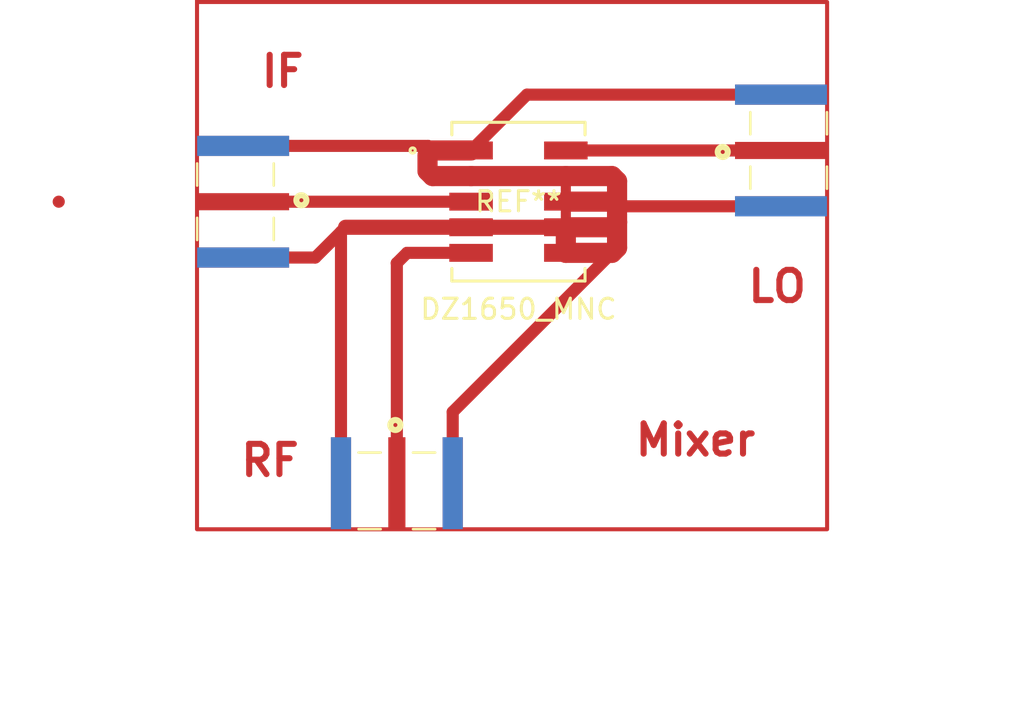
<source format=kicad_pcb>
(kicad_pcb (version 20221018) (generator pcbnew)
  (layers (0 "F.Cu" signal) (31 "B.Cu" signal) (34 "B.Paste" user) (35 "F.Paste" user) (36 "B.SilkS" user "B.Silkscreen") (37 "F.SilkS" user "F.Silkscreen") (38 "B.Mask" user) (39 "F.Mask" user) (44 "Edge.Cuts" user))
  (net 0 "")
  (footprint "SMA connectors:TAOGLAS_EMPCB.SMAFSTJ.B.HT" (layer "F.Cu") (at 62.738 76.20275 -90)
    (fp_text reference "REF**" hide)
    (fp_text value "TAOGLAS_EMPCB.SMAFSTJ.B.HT" hide)
    (fp_line (start -1.9 -1.52) (end -0.8 -1.52) (stroke (width 0.127)) (layer "F.SilkS"))
    (fp_line (start -1.9 2.28) (end -0.8 2.28) (stroke (width 0.127)) (layer "F.SilkS"))
    (fp_line (start 0.8 -1.52) (end 1.9 -1.52) (stroke (width 0.127)) (layer "F.SilkS"))
    (fp_line (start 0.8 2.28) (end 1.9 2.28) (stroke (width 0.127)) (layer "F.SilkS"))
    (fp_circle (center -0.073 -2.888) (end 0.027 -2.888) (stroke (width 0.3)) (fill none) (layer "F.SilkS"))
    (pad "1" smd rect (at 0 0 270) (size 0.85 4.56) (layers "F.Cu" "F.Paste" "F.Mask"))
    (pad "SH1" smd rect (at -2.77 0 270) (size 1 4.56) (layers "F.Cu" "F.Paste" "F.Mask"))
    (pad "SH2" smd rect (at 2.77 0 270) (size 1 4.56) (layers "F.Cu" "F.Paste" "F.Mask"))
    (pad "SH3" smd rect (at -2.77 0 270) (size 1 4.56) (layers "B.Cu" "B.Paste" "B.Mask"))
    (pad "SH4" smd rect (at 2.77 0 270) (size 1 4.56) (layers "B.Cu" "B.Paste" "B.Mask"))
  )
  (footprint "Mixer:MAC-24&plus_" (layer "F.Cu") (at 76.3905 76.2)
    (fp_text reference "REF**" (at 0 0) (layer "F.SilkS"))
    (fp_text value "DZ1650_MNC" (at 0 5.334) (layer "F.SilkS"))
    (fp_line (start -3.302 -3.937) (end -3.302 -3.31724) (stroke (width 0.1524)) (layer "F.SilkS"))
    (fp_line (start -3.302 3.31724) (end -3.302 3.937) (stroke (width 0.1524)) (layer "F.SilkS"))
    (fp_line (start -3.302 3.937) (end 3.302 3.937) (stroke (width 0.1524)) (layer "F.SilkS"))
    (fp_line (start 3.302 -3.937) (end -3.302 -3.937) (stroke (width 0.1524)) (layer "F.SilkS"))
    (fp_line (start 3.302 -3.31724) (end 3.302 -3.937) (stroke (width 0.1524)) (layer "F.SilkS"))
    (fp_line (start 3.302 3.937) (end 3.302 3.31724) (stroke (width 0.1524)) (layer "F.SilkS"))
    (fp_circle (center -5.2451 -2.54) (end -5.1181 -2.54) (stroke (width 0.1524)) (fill none) (layer "F.SilkS"))
    (pad "1" smd rect (at -2.3495 -2.54) (size 2.159 0.889) (layers "F.Cu" "F.Paste" "F.Mask"))
    (pad "2" smd rect (at -2.3495 -1.27) (size 2.159 0.889) (layers "F.Cu" "F.Paste" "F.Mask"))
    (pad "3" smd rect (at -2.3495 0) (size 2.159 0.889) (layers "F.Cu" "F.Paste" "F.Mask"))
    (pad "4" smd rect (at -2.3495 1.27) (size 2.159 0.889) (layers "F.Cu" "F.Paste" "F.Mask"))
    (pad "5" smd rect (at -2.3495 2.54) (size 2.159 0.889) (layers "F.Cu" "F.Paste" "F.Mask"))
    (pad "6" smd rect (at 2.3495 2.54) (size 2.159 0.889) (layers "F.Cu" "F.Paste" "F.Mask"))
    (pad "7" smd rect (at 2.3495 1.27) (size 2.159 0.889) (layers "F.Cu" "F.Paste" "F.Mask"))
    (pad "8" smd rect (at 2.3495 0) (size 2.159 0.889) (layers "F.Cu" "F.Paste" "F.Mask"))
    (pad "9" smd rect (at 2.3495 -1.27) (size 2.159 0.889) (layers "F.Cu" "F.Paste" "F.Mask"))
    (pad "10" smd rect (at 2.3495 -2.54) (size 2.159 0.889) (layers "F.Cu" "F.Paste" "F.Mask"))
  )
  (footprint "SMA connectors:TAOGLAS_EMPCB.SMAFSTJ.B.HT" (layer "F.Cu") (at 89.408 73.66 90)
    (fp_text reference "REF**" hide)
    (fp_text value "TAOGLAS_EMPCB.SMAFSTJ.B.HT" hide)
    (fp_line (start -1.9 -1.52) (end -0.8 -1.52) (stroke (width 0.127)) (layer "F.SilkS"))
    (fp_line (start -1.9 2.28) (end -0.8 2.28) (stroke (width 0.127)) (layer "F.SilkS"))
    (fp_line (start 0.8 -1.52) (end 1.9 -1.52) (stroke (width 0.127)) (layer "F.SilkS"))
    (fp_line (start 0.8 2.28) (end 1.9 2.28) (stroke (width 0.127)) (layer "F.SilkS"))
    (fp_circle (center -0.073 -2.888) (end 0.027 -2.888) (stroke (width 0.3)) (fill none) (layer "F.SilkS"))
    (pad "1" smd rect (at 0 0 90) (size 0.85 4.56) (layers "F.Cu" "F.Paste" "F.Mask"))
    (pad "SH1" smd rect (at -2.77 0 90) (size 1 4.56) (layers "F.Cu" "F.Paste" "F.Mask"))
    (pad "SH2" smd rect (at 2.77 0 90) (size 1 4.56) (layers "F.Cu" "F.Paste" "F.Mask"))
    (pad "SH3" smd rect (at -2.77 0 90) (size 1 4.56) (layers "B.Cu" "B.Paste" "B.Mask"))
    (pad "SH4" smd rect (at 2.77 0 90) (size 1 4.56) (layers "B.Cu" "B.Paste" "B.Mask"))
  )
  (footprint "SMA connectors:TAOGLAS_EMPCB.SMAFSTJ.B.HT" (layer "F.Cu") (at 70.36075 90.17)
    (fp_text reference "REF**" hide)
    (fp_text value "TAOGLAS_EMPCB.SMAFSTJ.B.HT" hide)
    (fp_line (start -1.9 -1.52) (end -0.8 -1.52) (stroke (width 0.127)) (layer "F.SilkS"))
    (fp_line (start -1.9 2.28) (end -0.8 2.28) (stroke (width 0.127)) (layer "F.SilkS"))
    (fp_line (start 0.8 -1.52) (end 1.9 -1.52) (stroke (width 0.127)) (layer "F.SilkS"))
    (fp_line (start 0.8 2.28) (end 1.9 2.28) (stroke (width 0.127)) (layer "F.SilkS"))
    (fp_circle (center -0.073 -2.888) (end 0.027 -2.888) (stroke (width 0.3)) (fill none) (layer "F.SilkS"))
    (pad "1" smd rect (at 0 0) (size 0.85 4.56) (layers "F.Cu" "F.Paste" "F.Mask"))
    (pad "SH1" smd rect (at -2.77 0) (size 1 4.56) (layers "F.Cu" "F.Paste" "F.Mask"))
    (pad "SH2" smd rect (at 2.77 0) (size 1 4.56) (layers "F.Cu" "F.Paste" "F.Mask"))
    (pad "SH3" smd rect (at -2.77 0) (size 1 4.56) (layers "B.Cu" "B.Paste" "B.Mask"))
    (pad "SH4" smd rect (at 2.77 0) (size 1 4.56) (layers "B.Cu" "B.Paste" "B.Mask"))
  )
  (gr_rect (start 60.452 66.294) (end 91.694 92.456) (stroke (width 0.2)) (fill none) (layer "F.Cu"))
  (gr_text "IF" (at 63.5 70.612) (layer "F.Cu") (effects (font (size 1.5 1.5) (thickness 0.3) bold) (justify left bottom)))
  (gr_text "Mixer" (at 82.042 88.9) (layer "F.Cu") (effects (font (size 1.5 1.5) (thickness 0.3) bold) (justify left bottom)))
  (gr_text "LO" (at 87.63 81.28) (layer "F.Cu") (effects (font (size 1.5 1.5) (thickness 0.3) bold) (justify left bottom)))
  (gr_text "RF" (at 62.484 89.916) (layer "F.Cu") (effects (font (size 1.5 1.5) (thickness 0.3) bold) (justify left bottom)))
  (segment (start 78.74 74.93) (end 74.041 74.93) (width 1) (layer "F.Cu") (net 0))
  (segment (start 53.59675 76.2) (end 53.594 76.20275) (width 0.6) (layer "F.Cu") (net 0))
  (segment (start 74.041 73.66) (end 72.136 73.66) (width 1) (layer "F.Cu") (net 0))
  (segment (start 81.28 77.216) (end 81.026 77.47) (width 1) (layer "F.Cu") (net 0))
  (segment (start 76.811 70.89) (end 74.041 73.66) (width 0.6) (layer "F.Cu") (net 0))
  (segment (start 81.51 76.43) (end 81.28 76.2) (width 0.6) (layer "F.Cu") (net 0))
  (segment (start 89.408 70.89) (end 76.811 70.89) (width 0.6) (layer "F.Cu") (net 0))
  (segment (start 89.408 76.43) (end 81.51 76.43) (width 0.6) (layer "F.Cu") (net 0))
  (segment (start 78.74 78.74) (end 81.026 78.74) (width 1) (layer "F.Cu") (net 0))
  (segment (start 81.026 78.74) (end 81.28 78.486) (width 1) (layer "F.Cu") (net 0))
  (segment (start 72.136 74.93) (end 74.041 74.93) (width 1) (layer "F.Cu") (net 0))
  (segment (start 74.041 77.47) (end 78.74 77.47) (width 0.75) (layer "F.Cu") (net 0))
  (segment (start 81.28 78.486) (end 81.28 77.216) (width 1) (layer "F.Cu") (net 0))
  (segment (start 71.882 73.914) (end 71.882 74.676) (width 1) (layer "F.Cu") (net 0))
  (segment (start 74.041 78.74) (end 70.866 78.74) (width 0.6) (layer "F.Cu") (net 0))
  (segment (start 72.136 73.66) (end 71.882 73.914) (width 1) (layer "F.Cu") (net 0))
  (segment (start 81.28 76.2) (end 81.28 75.184) (width 1) (layer "F.Cu") (net 0))
  (segment (start 62.738 78.97275) (end 66.31525 78.97275) (width 0.6) (layer "F.Cu") (net 0))
  (segment (start 70.866 78.74) (end 70.358 79.248) (width 0.6) (layer "F.Cu") (net 0))
  (segment (start 67.59075 90.17) (end 67.59075 77.69725) (width 0.6) (layer "F.Cu") (net 0))
  (segment (start 74.03825 76.20275) (end 74.041 76.2) (width 0.6) (layer "F.Cu") (net 0))
  (segment (start 78.74 77.47) (end 78.74 76.2) (width 0.5) (layer "F.Cu") (net 0))
  (segment (start 73.13075 86.63525) (end 73.13075 90.17) (width 0.6) (layer "F.Cu") (net 0))
  (segment (start 78.74 76.2) (end 78.74 74.93) (width 0.5) (layer "F.Cu") (net 0))
  (segment (start 66.31525 78.97275) (end 67.59075 77.69725) (width 0.6) (layer "F.Cu") (net 0))
  (segment (start 81.28 76.2) (end 78.74 76.2) (width 1) (layer "F.Cu") (net 0))
  (segment (start 62.738 73.43275) (end 71.90875 73.43275) (width 0.6) (layer "F.Cu") (net 0))
  (segment (start 78.74 78.74) (end 78.74 77.47) (width 1) (layer "F.Cu") (net 0))
  (segment (start 67.818 77.47) (end 74.041 77.47) (width 0.75) (layer "F.Cu") (net 0))
  (segment (start 71.882 74.676) (end 72.136 74.93) (width 1) (layer "F.Cu") (net 0))
  (segment (start 81.28 75.184) (end 81.026 74.93) (width 1) (layer "F.Cu") (net 0))
  (segment (start 81.026 77.47) (end 78.74 77.47) (width 1) (layer "F.Cu") (net 0))
  (segment (start 81.28 77.216) (end 81.28 76.2) (width 1) (layer "F.Cu") (net 0))
  (segment (start 62.738 76.20275) (end 74.03825 76.20275) (width 0.6) (layer "F.Cu") (net 0))
  (segment (start 70.36075 79.25075) (end 70.36075 90.17) (width 0.6) (layer "F.Cu") (net 0))
  (segment (start 70.358 79.248) (end 70.36075 79.25075) (width 0.6) (layer "F.Cu") (net 0))
  (segment (start 81.026 74.93) (end 78.74 74.93) (width 1) (layer "F.Cu") (net 0))
  (segment (start 73.13075 86.63525) (end 81.026 78.74) (width 0.6) (layer "F.Cu") (net 0))
  (segment (start 67.59075 77.69725) (end 67.818 77.47) (width 0.6) (layer "F.Cu") (net 0))
  (segment (start 71.90875 73.43275) (end 72.136 73.66) (width 0.6) (layer "F.Cu") (net 0))
  (segment (start 78.74 73.66) (end 89.408 73.66) (width 0.6) (layer "F.Cu") (net 0))
)
</source>
